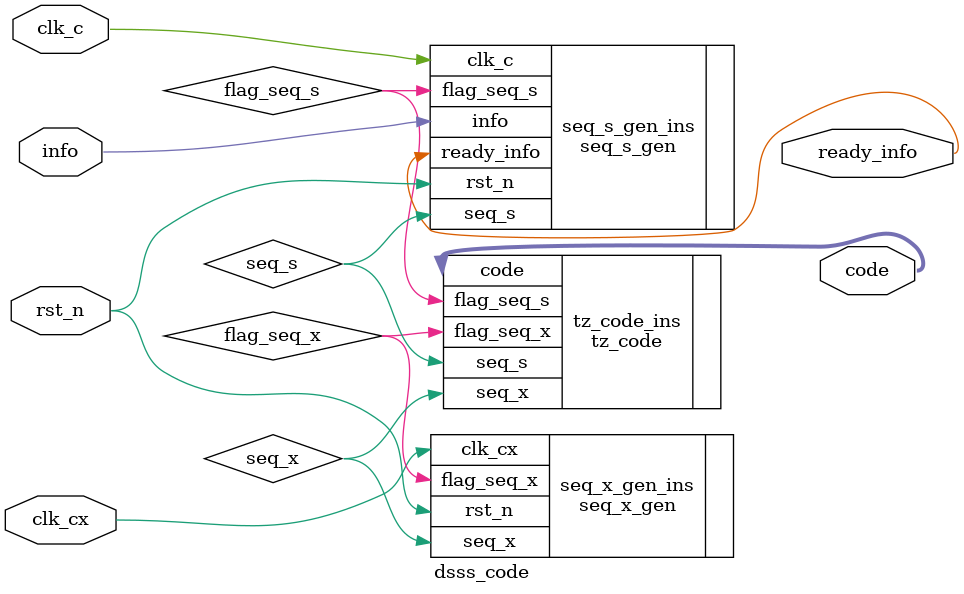
<source format=v>
module dsss_code (
    // 系统相关
    input           clk_c,      // 信息时钟
    input           clk_cx,     // 载波序列时钟
    input           rst_n,      // 系统复位
    // 输入信息序列
    input           info,       // 信息序列
    output          ready_info, // 当ready_info==1表示准备接收info
    // 输出PCM码
    output  [2:0]   code        // PCM编码，默认精度3
);

	// 输出待调制序列
	wire seq_s;      // 待调制序列
	wire flag_seq_s; // 当flag_seq_s==1表示seq_s有效
	// 输入载波序列
	wire seq_x;      // 载波序列，高频宽带序列
	wire flag_seq_x; // 当flag_seq_x==1表示seq_x有效

	seq_s_gen seq_s_gen_ins (
		// 系统相关
		.clk_c(clk_c),          // 信息时钟
		.rst_n(rst_n),          // 系统复位
		// 输入信息序列
		.info(info),            // 信息序列
		.ready_info(ready_info),// 当ready_info==1表示准备接收info
		// 输出待调制序列
		.seq_s(seq_s),          // 待调制序列
		.flag_seq_s(flag_seq_s) // 当flag_seq_s==1表示seq_s有效
	);

	seq_x_gen seq_x_gen_ins (
		// 系统相关
		.clk_cx(clk_cx),        // 载波序列时钟
		.rst_n(rst_n),          // 系统复位
		// 输出载波序列
		.seq_x(seq_x),          // 载波
		.flag_seq_x(flag_seq_x) // 当flag_seq_x==1表示seq_x有效
	);

	tz_code tz_code_ins (
		// 输入载波序列
		.seq_x(seq_x),          // 载波序列，高频宽带序列
		.flag_seq_x(flag_seq_x),// 当flag_seq_x==1表示seq_x有效
		// 输出待调制序列
		.seq_s(seq_s),          // 待调制序列，低频窄带序列
		.flag_seq_s(flag_seq_s),// 当flag_seq_s==1表示seq_s有效
		// 输出PCM码
		.code(code)             // PCM编码，默认精度3
	);

endmodule
</source>
